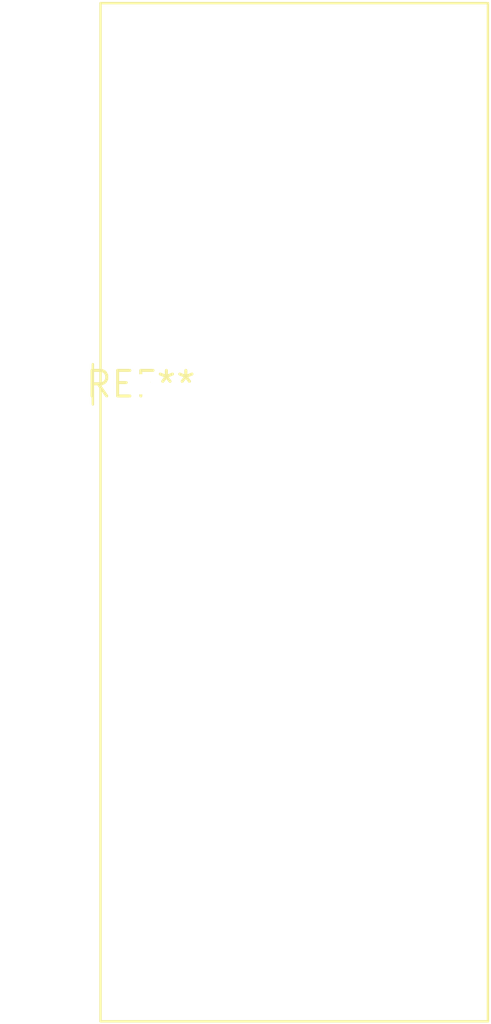
<source format=kicad_pcb>
(kicad_pcb (version 20240108) (generator pcbnew)
  (layers (0 "F.Cu" signal) (31 "B.Cu" signal) (34 "B.Paste" user) (35 "F.Paste" user) (36 "B.SilkS" user "B.Silkscreen") (37 "F.SilkS" user "F.Silkscreen") (38 "B.Mask" user) (39 "F.Mask" user) (44 "Edge.Cuts" user))
  (net 0 "")
  (footprint "CA56-12SRWA" (layer "F.Cu") (at 0 0)
    (property "Reference" "REF**")
    (property "Value" "CA56-12SRWA")
    (fp_line (start -2.38 -1) (end -2.38 1) (layer "F.SilkS") (stroke (width 0.12)))
    (fp_line (start -2 -18.92) (end -2 31.62) (layer "F.SilkS") (stroke (width 0.12)))
    (fp_line (start -2 -18.92) (end 17.24 -18.92) (layer "F.SilkS") (stroke (width 0.12)))
    (fp_line (start -2 31.62) (end 17.24 31.62) (layer "F.SilkS") (stroke (width 0.12)))
    (fp_line (start 17.24 31.62) (end 17.24 -18.92) (layer "F.SilkS") (stroke (width 0.12)))
    (pad "1" thru_hole rect (at 0 0) (size 1.5 1.5) (drill 1) (layers *.Cu *.Mask) (remove_unused_layers))
    (pad "2" thru_hole circle (at 0 2.54) (size 1.5 1.5) (drill 1) (layers *.Cu *.Mask) (remove_unused_layers))
    (pad "3" thru_hole circle (at 0 5.08) (size 1.5 1.5) (drill 1) (layers *.Cu *.Mask) (remove_unused_layers))
    (pad "4" thru_hole circle (at 0 7.62) (size 1.5 1.5) (drill 1) (layers *.Cu *.Mask) (remove_unused_layers))
    (pad "5" thru_hole circle (at 0 10.16) (size 1.5 1.5) (drill 1) (layers *.Cu *.Mask) (remove_unused_layers))
    (pad "6" thru_hole circle (at 0 12.7) (size 1.5 1.5) (drill 1) (layers *.Cu *.Mask) (remove_unused_layers))
    (pad "7" thru_hole circle (at 15.24 12.7) (size 1.5 1.5) (drill 1) (layers *.Cu *.Mask) (remove_unused_layers))
    (pad "8" thru_hole circle (at 15.24 10.16) (size 1.5 1.5) (drill 1) (layers *.Cu *.Mask) (remove_unused_layers))
    (pad "9" thru_hole circle (at 15.24 7.62) (size 1.5 1.5) (drill 1) (layers *.Cu *.Mask) (remove_unused_layers))
    (pad "10" thru_hole circle (at 15.24 5.08) (size 1.5 1.5) (drill 1) (layers *.Cu *.Mask) (remove_unused_layers))
    (pad "11" thru_hole circle (at 15.24 2.54) (size 1.5 1.5) (drill 1) (layers *.Cu *.Mask) (remove_unused_layers))
    (pad "12" thru_hole circle (at 15.24 0) (size 1.5 1.5) (drill 1) (layers *.Cu *.Mask) (remove_unused_layers))
  )
)
</source>
